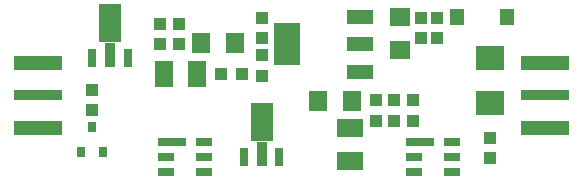
<source format=gbr>
G04 EAGLE Gerber RS-274X export*
G75*
%MOMM*%
%FSLAX34Y34*%
%LPD*%
%INSolderpaste Top*%
%IPPOS*%
%AMOC8*
5,1,8,0,0,1.08239X$1,22.5*%
G01*
%ADD10R,1.400000X0.800000*%
%ADD11R,2.400000X0.800000*%
%ADD12R,0.711000X1.500000*%
%ADD13R,0.914000X2.000000*%
%ADD14R,1.905000X3.334000*%
%ADD15R,2.235200X1.219200*%
%ADD16R,2.200000X3.600000*%
%ADD17R,1.080000X1.050000*%
%ADD18R,1.050000X1.080000*%
%ADD19R,1.800000X1.600000*%
%ADD20R,1.600000X2.200000*%
%ADD21R,2.200000X1.600000*%
%ADD22R,2.400000X2.000000*%
%ADD23R,4.100000X1.250000*%
%ADD24R,4.100000X0.900000*%
%ADD25R,1.600000X1.803000*%
%ADD26R,1.270000X1.470000*%
%ADD27R,0.800000X0.900000*%


D10*
X226570Y73660D03*
X258570Y86360D03*
X258570Y99060D03*
X226570Y86360D03*
D11*
X231570Y99060D03*
D10*
X258570Y73660D03*
X436120Y73660D03*
X468120Y86360D03*
X468120Y99060D03*
X436120Y86360D03*
D11*
X441120Y99060D03*
D10*
X468120Y73660D03*
D12*
X164070Y170180D03*
D13*
X179070Y172680D03*
D12*
X194070Y170180D03*
D14*
X179070Y199350D03*
D12*
X292340Y86360D03*
D13*
X307340Y88860D03*
D12*
X322340Y86360D03*
D14*
X307340Y115530D03*
D15*
X390398Y158496D03*
X390398Y181610D03*
X390398Y204724D03*
D16*
X328420Y181610D03*
D17*
X163830Y125870D03*
X163830Y143370D03*
X500380Y85230D03*
X500380Y102730D03*
X441960Y204330D03*
X441960Y186830D03*
X455930Y204330D03*
X455930Y186830D03*
X307340Y172580D03*
X307340Y155080D03*
X307340Y186830D03*
X307340Y204330D03*
D18*
X273190Y156210D03*
X290690Y156210D03*
D17*
X237490Y181750D03*
X237490Y199250D03*
X220980Y181750D03*
X220980Y199250D03*
X403860Y116980D03*
X403860Y134480D03*
X435610Y116980D03*
X435610Y134480D03*
X419100Y116980D03*
X419100Y134480D03*
D19*
X424180Y204500D03*
X424180Y176500D03*
D20*
X252760Y156210D03*
X224760Y156210D03*
D21*
X382270Y82520D03*
X382270Y110520D03*
D22*
X500380Y170130D03*
X500380Y132130D03*
D23*
X118110Y166180D03*
D24*
X118110Y138430D03*
D23*
X118110Y110680D03*
X547370Y110680D03*
D24*
X547370Y138430D03*
D23*
X547370Y166180D03*
D25*
X256290Y182880D03*
X284730Y182880D03*
X383790Y133350D03*
X355350Y133350D03*
D26*
X515530Y204470D03*
X472530Y204470D03*
D27*
X154330Y90330D03*
X173330Y90330D03*
X163830Y111330D03*
M02*

</source>
